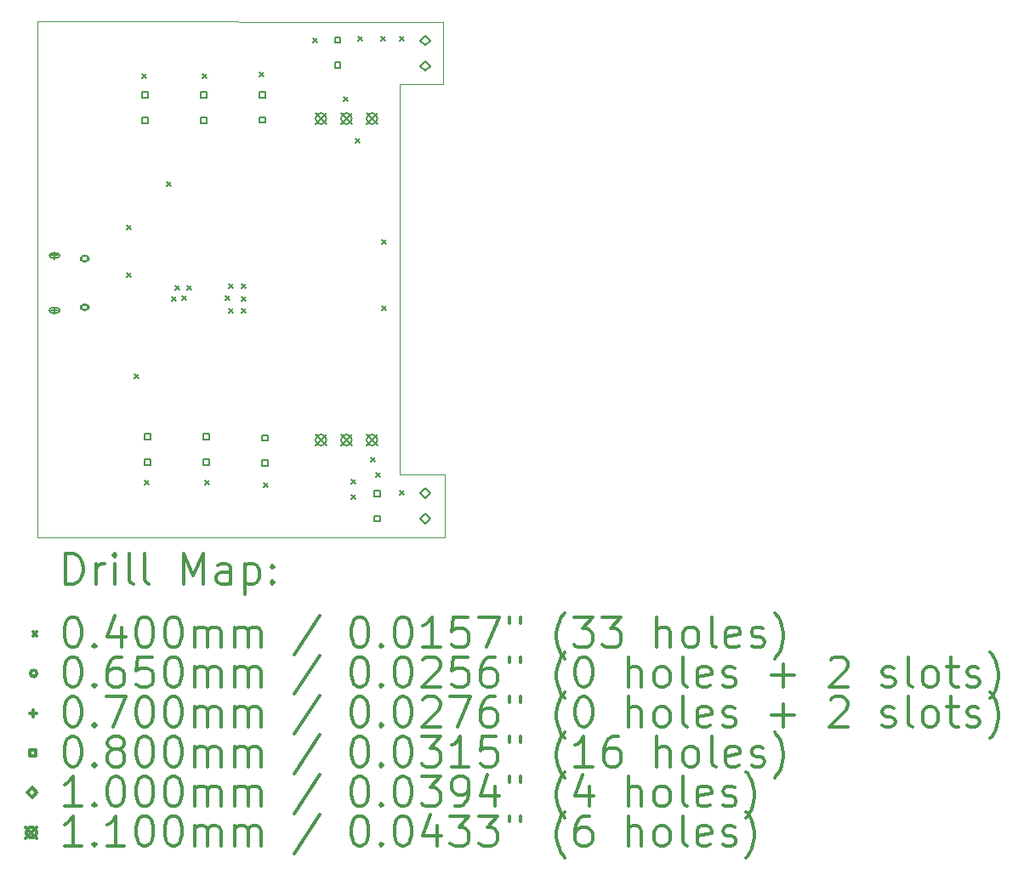
<source format=gbr>
%FSLAX45Y45*%
G04 Gerber Fmt 4.5, Leading zero omitted, Abs format (unit mm)*
G04 Created by KiCad (PCBNEW (5.1.10)-1) date 2022-01-06 01:00:44*
%MOMM*%
%LPD*%
G01*
G04 APERTURE LIST*
%TA.AperFunction,Profile*%
%ADD10C,0.050000*%
%TD*%
%ADD11C,0.200000*%
%ADD12C,0.300000*%
G04 APERTURE END LIST*
D10*
X15679200Y-7817000D02*
X15679200Y-12954000D01*
X19723100Y-7823200D02*
X15679200Y-7817000D01*
X19723100Y-8445500D02*
X19723100Y-7823200D01*
X19291300Y-8445500D02*
X19723100Y-8445500D01*
X19291300Y-12331700D02*
X19291300Y-8445500D01*
X19735800Y-12954000D02*
X15679200Y-12954000D01*
X19735800Y-12331700D02*
X19735800Y-12954000D01*
X19291300Y-12331700D02*
X19735800Y-12331700D01*
D11*
X16573600Y-9854400D02*
X16613600Y-9894400D01*
X16613600Y-9854400D02*
X16573600Y-9894400D01*
X16573600Y-10324300D02*
X16613600Y-10364300D01*
X16613600Y-10324300D02*
X16573600Y-10364300D01*
X16650000Y-11336000D02*
X16690000Y-11376000D01*
X16690000Y-11336000D02*
X16650000Y-11376000D01*
X16726000Y-8343100D02*
X16766000Y-8383100D01*
X16766000Y-8343100D02*
X16726000Y-8383100D01*
X16751400Y-12394400D02*
X16791400Y-12434400D01*
X16791400Y-12394400D02*
X16751400Y-12434400D01*
X16967300Y-9422600D02*
X17007300Y-9462600D01*
X17007300Y-9422600D02*
X16967300Y-9462600D01*
X17018100Y-10565600D02*
X17058100Y-10605600D01*
X17058100Y-10565600D02*
X17018100Y-10605600D01*
X17056200Y-10451300D02*
X17096200Y-10491300D01*
X17096200Y-10451300D02*
X17056200Y-10491300D01*
X17119700Y-10552900D02*
X17159700Y-10592900D01*
X17159700Y-10552900D02*
X17119700Y-10592900D01*
X17170500Y-10451300D02*
X17210500Y-10491300D01*
X17210500Y-10451300D02*
X17170500Y-10491300D01*
X17322900Y-8343100D02*
X17362900Y-8383100D01*
X17362900Y-8343100D02*
X17322900Y-8383100D01*
X17348300Y-12394400D02*
X17388300Y-12434400D01*
X17388300Y-12394400D02*
X17348300Y-12434400D01*
X17551500Y-10552900D02*
X17591500Y-10592900D01*
X17591500Y-10552900D02*
X17551500Y-10592900D01*
X17589600Y-10438600D02*
X17629600Y-10478600D01*
X17629600Y-10438600D02*
X17589600Y-10478600D01*
X17589600Y-10679900D02*
X17629600Y-10719900D01*
X17629600Y-10679900D02*
X17589600Y-10719900D01*
X17716600Y-10438600D02*
X17756600Y-10478600D01*
X17756600Y-10438600D02*
X17716600Y-10478600D01*
X17716600Y-10565600D02*
X17756600Y-10605600D01*
X17756600Y-10565600D02*
X17716600Y-10605600D01*
X17716600Y-10679900D02*
X17756600Y-10719900D01*
X17756600Y-10679900D02*
X17716600Y-10719900D01*
X17894400Y-8330400D02*
X17934400Y-8370400D01*
X17934400Y-8330400D02*
X17894400Y-8370400D01*
X17932500Y-12419800D02*
X17972500Y-12459800D01*
X17972500Y-12419800D02*
X17932500Y-12459800D01*
X18427800Y-7987500D02*
X18467800Y-8027500D01*
X18467800Y-7987500D02*
X18427800Y-8027500D01*
X18732600Y-8571700D02*
X18772600Y-8611700D01*
X18772600Y-8571700D02*
X18732600Y-8611700D01*
X18808800Y-12381700D02*
X18848800Y-12421700D01*
X18848800Y-12381700D02*
X18808800Y-12421700D01*
X18808800Y-12534100D02*
X18848800Y-12574100D01*
X18848800Y-12534100D02*
X18808800Y-12574100D01*
X18846900Y-8990800D02*
X18886900Y-9030800D01*
X18886900Y-8990800D02*
X18846900Y-9030800D01*
X18872300Y-7974800D02*
X18912300Y-8014800D01*
X18912300Y-7974800D02*
X18872300Y-8014800D01*
X18999300Y-12165800D02*
X19039300Y-12205800D01*
X19039300Y-12165800D02*
X18999300Y-12205800D01*
X19050100Y-12318200D02*
X19090100Y-12358200D01*
X19090100Y-12318200D02*
X19050100Y-12358200D01*
X19100900Y-7974800D02*
X19140900Y-8014800D01*
X19140900Y-7974800D02*
X19100900Y-8014800D01*
X19113600Y-9994100D02*
X19153600Y-10034100D01*
X19153600Y-9994100D02*
X19113600Y-10034100D01*
X19113600Y-10654500D02*
X19153600Y-10694500D01*
X19153600Y-10654500D02*
X19113600Y-10694500D01*
X19291400Y-7974800D02*
X19331400Y-8014800D01*
X19331400Y-7974800D02*
X19291400Y-8014800D01*
X19291400Y-12496000D02*
X19331400Y-12536000D01*
X19331400Y-12496000D02*
X19291400Y-12536000D01*
X16184900Y-10182200D02*
G75*
G03*
X16184900Y-10182200I-32500J0D01*
G01*
X16132400Y-10204700D02*
X16172400Y-10204700D01*
X16132400Y-10159700D02*
X16172400Y-10159700D01*
X16172400Y-10204700D02*
G75*
G03*
X16172400Y-10159700I0J22500D01*
G01*
X16132400Y-10159700D02*
G75*
G03*
X16132400Y-10204700I0J-22500D01*
G01*
X16184900Y-10666200D02*
G75*
G03*
X16184900Y-10666200I-32500J0D01*
G01*
X16132400Y-10688700D02*
X16172400Y-10688700D01*
X16132400Y-10643700D02*
X16172400Y-10643700D01*
X16172400Y-10688700D02*
G75*
G03*
X16172400Y-10643700I0J22500D01*
G01*
X16132400Y-10643700D02*
G75*
G03*
X16132400Y-10688700I0J-22500D01*
G01*
X15852400Y-10116200D02*
X15852400Y-10186200D01*
X15817400Y-10151200D02*
X15887400Y-10151200D01*
X15827400Y-10176200D02*
X15877400Y-10176200D01*
X15827400Y-10126200D02*
X15877400Y-10126200D01*
X15877400Y-10176200D02*
G75*
G03*
X15877400Y-10126200I0J25000D01*
G01*
X15827400Y-10126200D02*
G75*
G03*
X15827400Y-10176200I0J-25000D01*
G01*
X15852400Y-10662200D02*
X15852400Y-10732200D01*
X15817400Y-10697200D02*
X15887400Y-10697200D01*
X15827400Y-10722200D02*
X15877400Y-10722200D01*
X15827400Y-10672200D02*
X15877400Y-10672200D01*
X15877400Y-10722200D02*
G75*
G03*
X15877400Y-10672200I0J25000D01*
G01*
X15827400Y-10672200D02*
G75*
G03*
X15827400Y-10722200I0J-25000D01*
G01*
X16779585Y-8581885D02*
X16779585Y-8525316D01*
X16723015Y-8525316D01*
X16723015Y-8581885D01*
X16779585Y-8581885D01*
X16779585Y-8831885D02*
X16779585Y-8775316D01*
X16723015Y-8775316D01*
X16723015Y-8831885D01*
X16779585Y-8831885D01*
X16804985Y-11985484D02*
X16804985Y-11928915D01*
X16748415Y-11928915D01*
X16748415Y-11985484D01*
X16804985Y-11985484D01*
X16804985Y-12235484D02*
X16804985Y-12178915D01*
X16748415Y-12178915D01*
X16748415Y-12235484D01*
X16804985Y-12235484D01*
X17363785Y-8581885D02*
X17363785Y-8525316D01*
X17307216Y-8525316D01*
X17307216Y-8581885D01*
X17363785Y-8581885D01*
X17363785Y-8831885D02*
X17363785Y-8775316D01*
X17307216Y-8775316D01*
X17307216Y-8831885D01*
X17363785Y-8831885D01*
X17389185Y-11985484D02*
X17389185Y-11928915D01*
X17332616Y-11928915D01*
X17332616Y-11985484D01*
X17389185Y-11985484D01*
X17389185Y-12235484D02*
X17389185Y-12178915D01*
X17332616Y-12178915D01*
X17332616Y-12235484D01*
X17389185Y-12235484D01*
X17947985Y-8579385D02*
X17947985Y-8522816D01*
X17891416Y-8522816D01*
X17891416Y-8579385D01*
X17947985Y-8579385D01*
X17947985Y-8829385D02*
X17947985Y-8772816D01*
X17891416Y-8772816D01*
X17891416Y-8829385D01*
X17947985Y-8829385D01*
X17973385Y-11995684D02*
X17973385Y-11939115D01*
X17916816Y-11939115D01*
X17916816Y-11995684D01*
X17973385Y-11995684D01*
X17973385Y-12245684D02*
X17973385Y-12189115D01*
X17916816Y-12189115D01*
X17916816Y-12245684D01*
X17973385Y-12245684D01*
X18697285Y-8033284D02*
X18697285Y-7976715D01*
X18640716Y-7976715D01*
X18640716Y-8033284D01*
X18697285Y-8033284D01*
X18697285Y-8283284D02*
X18697285Y-8226715D01*
X18640716Y-8226715D01*
X18640716Y-8283284D01*
X18697285Y-8283284D01*
X19090985Y-12550484D02*
X19090985Y-12493915D01*
X19034416Y-12493915D01*
X19034416Y-12550484D01*
X19090985Y-12550484D01*
X19090985Y-12800484D02*
X19090985Y-12743915D01*
X19034416Y-12743915D01*
X19034416Y-12800484D01*
X19090985Y-12800484D01*
X19540000Y-8060000D02*
X19590000Y-8010000D01*
X19540000Y-7960000D01*
X19490000Y-8010000D01*
X19540000Y-8060000D01*
X19540000Y-8314000D02*
X19590000Y-8264000D01*
X19540000Y-8214000D01*
X19490000Y-8264000D01*
X19540000Y-8314000D01*
X19540000Y-12566000D02*
X19590000Y-12516000D01*
X19540000Y-12466000D01*
X19490000Y-12516000D01*
X19540000Y-12566000D01*
X19540000Y-12820000D02*
X19590000Y-12770000D01*
X19540000Y-12720000D01*
X19490000Y-12770000D01*
X19540000Y-12820000D01*
X18448900Y-8733400D02*
X18558900Y-8843400D01*
X18558900Y-8733400D02*
X18448900Y-8843400D01*
X18558900Y-8788400D02*
G75*
G03*
X18558900Y-8788400I-55000J0D01*
G01*
X18448900Y-11933800D02*
X18558900Y-12043800D01*
X18558900Y-11933800D02*
X18448900Y-12043800D01*
X18558900Y-11988800D02*
G75*
G03*
X18558900Y-11988800I-55000J0D01*
G01*
X18702900Y-8733400D02*
X18812900Y-8843400D01*
X18812900Y-8733400D02*
X18702900Y-8843400D01*
X18812900Y-8788400D02*
G75*
G03*
X18812900Y-8788400I-55000J0D01*
G01*
X18702900Y-11933800D02*
X18812900Y-12043800D01*
X18812900Y-11933800D02*
X18702900Y-12043800D01*
X18812900Y-11988800D02*
G75*
G03*
X18812900Y-11988800I-55000J0D01*
G01*
X18956900Y-8733400D02*
X19066900Y-8843400D01*
X19066900Y-8733400D02*
X18956900Y-8843400D01*
X19066900Y-8788400D02*
G75*
G03*
X19066900Y-8788400I-55000J0D01*
G01*
X18956900Y-11933800D02*
X19066900Y-12043800D01*
X19066900Y-11933800D02*
X18956900Y-12043800D01*
X19066900Y-11988800D02*
G75*
G03*
X19066900Y-11988800I-55000J0D01*
G01*
D12*
X15963128Y-13422214D02*
X15963128Y-13122214D01*
X16034557Y-13122214D01*
X16077414Y-13136500D01*
X16105986Y-13165071D01*
X16120271Y-13193643D01*
X16134557Y-13250786D01*
X16134557Y-13293643D01*
X16120271Y-13350786D01*
X16105986Y-13379357D01*
X16077414Y-13407929D01*
X16034557Y-13422214D01*
X15963128Y-13422214D01*
X16263128Y-13422214D02*
X16263128Y-13222214D01*
X16263128Y-13279357D02*
X16277414Y-13250786D01*
X16291700Y-13236500D01*
X16320271Y-13222214D01*
X16348843Y-13222214D01*
X16448843Y-13422214D02*
X16448843Y-13222214D01*
X16448843Y-13122214D02*
X16434557Y-13136500D01*
X16448843Y-13150786D01*
X16463128Y-13136500D01*
X16448843Y-13122214D01*
X16448843Y-13150786D01*
X16634557Y-13422214D02*
X16605986Y-13407929D01*
X16591700Y-13379357D01*
X16591700Y-13122214D01*
X16791700Y-13422214D02*
X16763128Y-13407929D01*
X16748843Y-13379357D01*
X16748843Y-13122214D01*
X17134557Y-13422214D02*
X17134557Y-13122214D01*
X17234557Y-13336500D01*
X17334557Y-13122214D01*
X17334557Y-13422214D01*
X17605986Y-13422214D02*
X17605986Y-13265071D01*
X17591700Y-13236500D01*
X17563128Y-13222214D01*
X17505986Y-13222214D01*
X17477414Y-13236500D01*
X17605986Y-13407929D02*
X17577414Y-13422214D01*
X17505986Y-13422214D01*
X17477414Y-13407929D01*
X17463128Y-13379357D01*
X17463128Y-13350786D01*
X17477414Y-13322214D01*
X17505986Y-13307929D01*
X17577414Y-13307929D01*
X17605986Y-13293643D01*
X17748843Y-13222214D02*
X17748843Y-13522214D01*
X17748843Y-13236500D02*
X17777414Y-13222214D01*
X17834557Y-13222214D01*
X17863128Y-13236500D01*
X17877414Y-13250786D01*
X17891700Y-13279357D01*
X17891700Y-13365071D01*
X17877414Y-13393643D01*
X17863128Y-13407929D01*
X17834557Y-13422214D01*
X17777414Y-13422214D01*
X17748843Y-13407929D01*
X18020271Y-13393643D02*
X18034557Y-13407929D01*
X18020271Y-13422214D01*
X18005986Y-13407929D01*
X18020271Y-13393643D01*
X18020271Y-13422214D01*
X18020271Y-13236500D02*
X18034557Y-13250786D01*
X18020271Y-13265071D01*
X18005986Y-13250786D01*
X18020271Y-13236500D01*
X18020271Y-13265071D01*
X15636700Y-13896500D02*
X15676700Y-13936500D01*
X15676700Y-13896500D02*
X15636700Y-13936500D01*
X16020271Y-13752214D02*
X16048843Y-13752214D01*
X16077414Y-13766500D01*
X16091700Y-13780786D01*
X16105986Y-13809357D01*
X16120271Y-13866500D01*
X16120271Y-13937929D01*
X16105986Y-13995071D01*
X16091700Y-14023643D01*
X16077414Y-14037929D01*
X16048843Y-14052214D01*
X16020271Y-14052214D01*
X15991700Y-14037929D01*
X15977414Y-14023643D01*
X15963128Y-13995071D01*
X15948843Y-13937929D01*
X15948843Y-13866500D01*
X15963128Y-13809357D01*
X15977414Y-13780786D01*
X15991700Y-13766500D01*
X16020271Y-13752214D01*
X16248843Y-14023643D02*
X16263128Y-14037929D01*
X16248843Y-14052214D01*
X16234557Y-14037929D01*
X16248843Y-14023643D01*
X16248843Y-14052214D01*
X16520271Y-13852214D02*
X16520271Y-14052214D01*
X16448843Y-13737929D02*
X16377414Y-13952214D01*
X16563128Y-13952214D01*
X16734557Y-13752214D02*
X16763128Y-13752214D01*
X16791700Y-13766500D01*
X16805986Y-13780786D01*
X16820271Y-13809357D01*
X16834557Y-13866500D01*
X16834557Y-13937929D01*
X16820271Y-13995071D01*
X16805986Y-14023643D01*
X16791700Y-14037929D01*
X16763128Y-14052214D01*
X16734557Y-14052214D01*
X16705986Y-14037929D01*
X16691700Y-14023643D01*
X16677414Y-13995071D01*
X16663128Y-13937929D01*
X16663128Y-13866500D01*
X16677414Y-13809357D01*
X16691700Y-13780786D01*
X16705986Y-13766500D01*
X16734557Y-13752214D01*
X17020271Y-13752214D02*
X17048843Y-13752214D01*
X17077414Y-13766500D01*
X17091700Y-13780786D01*
X17105986Y-13809357D01*
X17120271Y-13866500D01*
X17120271Y-13937929D01*
X17105986Y-13995071D01*
X17091700Y-14023643D01*
X17077414Y-14037929D01*
X17048843Y-14052214D01*
X17020271Y-14052214D01*
X16991700Y-14037929D01*
X16977414Y-14023643D01*
X16963128Y-13995071D01*
X16948843Y-13937929D01*
X16948843Y-13866500D01*
X16963128Y-13809357D01*
X16977414Y-13780786D01*
X16991700Y-13766500D01*
X17020271Y-13752214D01*
X17248843Y-14052214D02*
X17248843Y-13852214D01*
X17248843Y-13880786D02*
X17263128Y-13866500D01*
X17291700Y-13852214D01*
X17334557Y-13852214D01*
X17363128Y-13866500D01*
X17377414Y-13895071D01*
X17377414Y-14052214D01*
X17377414Y-13895071D02*
X17391700Y-13866500D01*
X17420271Y-13852214D01*
X17463128Y-13852214D01*
X17491700Y-13866500D01*
X17505986Y-13895071D01*
X17505986Y-14052214D01*
X17648843Y-14052214D02*
X17648843Y-13852214D01*
X17648843Y-13880786D02*
X17663128Y-13866500D01*
X17691700Y-13852214D01*
X17734557Y-13852214D01*
X17763128Y-13866500D01*
X17777414Y-13895071D01*
X17777414Y-14052214D01*
X17777414Y-13895071D02*
X17791700Y-13866500D01*
X17820271Y-13852214D01*
X17863128Y-13852214D01*
X17891700Y-13866500D01*
X17905986Y-13895071D01*
X17905986Y-14052214D01*
X18491700Y-13737929D02*
X18234557Y-14123643D01*
X18877414Y-13752214D02*
X18905986Y-13752214D01*
X18934557Y-13766500D01*
X18948843Y-13780786D01*
X18963128Y-13809357D01*
X18977414Y-13866500D01*
X18977414Y-13937929D01*
X18963128Y-13995071D01*
X18948843Y-14023643D01*
X18934557Y-14037929D01*
X18905986Y-14052214D01*
X18877414Y-14052214D01*
X18848843Y-14037929D01*
X18834557Y-14023643D01*
X18820271Y-13995071D01*
X18805986Y-13937929D01*
X18805986Y-13866500D01*
X18820271Y-13809357D01*
X18834557Y-13780786D01*
X18848843Y-13766500D01*
X18877414Y-13752214D01*
X19105986Y-14023643D02*
X19120271Y-14037929D01*
X19105986Y-14052214D01*
X19091700Y-14037929D01*
X19105986Y-14023643D01*
X19105986Y-14052214D01*
X19305986Y-13752214D02*
X19334557Y-13752214D01*
X19363128Y-13766500D01*
X19377414Y-13780786D01*
X19391700Y-13809357D01*
X19405986Y-13866500D01*
X19405986Y-13937929D01*
X19391700Y-13995071D01*
X19377414Y-14023643D01*
X19363128Y-14037929D01*
X19334557Y-14052214D01*
X19305986Y-14052214D01*
X19277414Y-14037929D01*
X19263128Y-14023643D01*
X19248843Y-13995071D01*
X19234557Y-13937929D01*
X19234557Y-13866500D01*
X19248843Y-13809357D01*
X19263128Y-13780786D01*
X19277414Y-13766500D01*
X19305986Y-13752214D01*
X19691700Y-14052214D02*
X19520271Y-14052214D01*
X19605986Y-14052214D02*
X19605986Y-13752214D01*
X19577414Y-13795071D01*
X19548843Y-13823643D01*
X19520271Y-13837929D01*
X19963128Y-13752214D02*
X19820271Y-13752214D01*
X19805986Y-13895071D01*
X19820271Y-13880786D01*
X19848843Y-13866500D01*
X19920271Y-13866500D01*
X19948843Y-13880786D01*
X19963128Y-13895071D01*
X19977414Y-13923643D01*
X19977414Y-13995071D01*
X19963128Y-14023643D01*
X19948843Y-14037929D01*
X19920271Y-14052214D01*
X19848843Y-14052214D01*
X19820271Y-14037929D01*
X19805986Y-14023643D01*
X20077414Y-13752214D02*
X20277414Y-13752214D01*
X20148843Y-14052214D01*
X20377414Y-13752214D02*
X20377414Y-13809357D01*
X20491700Y-13752214D02*
X20491700Y-13809357D01*
X20934557Y-14166500D02*
X20920271Y-14152214D01*
X20891700Y-14109357D01*
X20877414Y-14080786D01*
X20863128Y-14037929D01*
X20848843Y-13966500D01*
X20848843Y-13909357D01*
X20863128Y-13837929D01*
X20877414Y-13795071D01*
X20891700Y-13766500D01*
X20920271Y-13723643D01*
X20934557Y-13709357D01*
X21020271Y-13752214D02*
X21205986Y-13752214D01*
X21105986Y-13866500D01*
X21148843Y-13866500D01*
X21177414Y-13880786D01*
X21191700Y-13895071D01*
X21205986Y-13923643D01*
X21205986Y-13995071D01*
X21191700Y-14023643D01*
X21177414Y-14037929D01*
X21148843Y-14052214D01*
X21063128Y-14052214D01*
X21034557Y-14037929D01*
X21020271Y-14023643D01*
X21305986Y-13752214D02*
X21491700Y-13752214D01*
X21391700Y-13866500D01*
X21434557Y-13866500D01*
X21463128Y-13880786D01*
X21477414Y-13895071D01*
X21491700Y-13923643D01*
X21491700Y-13995071D01*
X21477414Y-14023643D01*
X21463128Y-14037929D01*
X21434557Y-14052214D01*
X21348843Y-14052214D01*
X21320271Y-14037929D01*
X21305986Y-14023643D01*
X21848843Y-14052214D02*
X21848843Y-13752214D01*
X21977414Y-14052214D02*
X21977414Y-13895071D01*
X21963128Y-13866500D01*
X21934557Y-13852214D01*
X21891700Y-13852214D01*
X21863128Y-13866500D01*
X21848843Y-13880786D01*
X22163128Y-14052214D02*
X22134557Y-14037929D01*
X22120271Y-14023643D01*
X22105986Y-13995071D01*
X22105986Y-13909357D01*
X22120271Y-13880786D01*
X22134557Y-13866500D01*
X22163128Y-13852214D01*
X22205986Y-13852214D01*
X22234557Y-13866500D01*
X22248843Y-13880786D01*
X22263128Y-13909357D01*
X22263128Y-13995071D01*
X22248843Y-14023643D01*
X22234557Y-14037929D01*
X22205986Y-14052214D01*
X22163128Y-14052214D01*
X22434557Y-14052214D02*
X22405986Y-14037929D01*
X22391700Y-14009357D01*
X22391700Y-13752214D01*
X22663128Y-14037929D02*
X22634557Y-14052214D01*
X22577414Y-14052214D01*
X22548843Y-14037929D01*
X22534557Y-14009357D01*
X22534557Y-13895071D01*
X22548843Y-13866500D01*
X22577414Y-13852214D01*
X22634557Y-13852214D01*
X22663128Y-13866500D01*
X22677414Y-13895071D01*
X22677414Y-13923643D01*
X22534557Y-13952214D01*
X22791700Y-14037929D02*
X22820271Y-14052214D01*
X22877414Y-14052214D01*
X22905986Y-14037929D01*
X22920271Y-14009357D01*
X22920271Y-13995071D01*
X22905986Y-13966500D01*
X22877414Y-13952214D01*
X22834557Y-13952214D01*
X22805986Y-13937929D01*
X22791700Y-13909357D01*
X22791700Y-13895071D01*
X22805986Y-13866500D01*
X22834557Y-13852214D01*
X22877414Y-13852214D01*
X22905986Y-13866500D01*
X23020271Y-14166500D02*
X23034557Y-14152214D01*
X23063128Y-14109357D01*
X23077414Y-14080786D01*
X23091700Y-14037929D01*
X23105986Y-13966500D01*
X23105986Y-13909357D01*
X23091700Y-13837929D01*
X23077414Y-13795071D01*
X23063128Y-13766500D01*
X23034557Y-13723643D01*
X23020271Y-13709357D01*
X15676700Y-14312500D02*
G75*
G03*
X15676700Y-14312500I-32500J0D01*
G01*
X16020271Y-14148214D02*
X16048843Y-14148214D01*
X16077414Y-14162500D01*
X16091700Y-14176786D01*
X16105986Y-14205357D01*
X16120271Y-14262500D01*
X16120271Y-14333929D01*
X16105986Y-14391071D01*
X16091700Y-14419643D01*
X16077414Y-14433929D01*
X16048843Y-14448214D01*
X16020271Y-14448214D01*
X15991700Y-14433929D01*
X15977414Y-14419643D01*
X15963128Y-14391071D01*
X15948843Y-14333929D01*
X15948843Y-14262500D01*
X15963128Y-14205357D01*
X15977414Y-14176786D01*
X15991700Y-14162500D01*
X16020271Y-14148214D01*
X16248843Y-14419643D02*
X16263128Y-14433929D01*
X16248843Y-14448214D01*
X16234557Y-14433929D01*
X16248843Y-14419643D01*
X16248843Y-14448214D01*
X16520271Y-14148214D02*
X16463128Y-14148214D01*
X16434557Y-14162500D01*
X16420271Y-14176786D01*
X16391700Y-14219643D01*
X16377414Y-14276786D01*
X16377414Y-14391071D01*
X16391700Y-14419643D01*
X16405986Y-14433929D01*
X16434557Y-14448214D01*
X16491700Y-14448214D01*
X16520271Y-14433929D01*
X16534557Y-14419643D01*
X16548843Y-14391071D01*
X16548843Y-14319643D01*
X16534557Y-14291071D01*
X16520271Y-14276786D01*
X16491700Y-14262500D01*
X16434557Y-14262500D01*
X16405986Y-14276786D01*
X16391700Y-14291071D01*
X16377414Y-14319643D01*
X16820271Y-14148214D02*
X16677414Y-14148214D01*
X16663128Y-14291071D01*
X16677414Y-14276786D01*
X16705986Y-14262500D01*
X16777414Y-14262500D01*
X16805986Y-14276786D01*
X16820271Y-14291071D01*
X16834557Y-14319643D01*
X16834557Y-14391071D01*
X16820271Y-14419643D01*
X16805986Y-14433929D01*
X16777414Y-14448214D01*
X16705986Y-14448214D01*
X16677414Y-14433929D01*
X16663128Y-14419643D01*
X17020271Y-14148214D02*
X17048843Y-14148214D01*
X17077414Y-14162500D01*
X17091700Y-14176786D01*
X17105986Y-14205357D01*
X17120271Y-14262500D01*
X17120271Y-14333929D01*
X17105986Y-14391071D01*
X17091700Y-14419643D01*
X17077414Y-14433929D01*
X17048843Y-14448214D01*
X17020271Y-14448214D01*
X16991700Y-14433929D01*
X16977414Y-14419643D01*
X16963128Y-14391071D01*
X16948843Y-14333929D01*
X16948843Y-14262500D01*
X16963128Y-14205357D01*
X16977414Y-14176786D01*
X16991700Y-14162500D01*
X17020271Y-14148214D01*
X17248843Y-14448214D02*
X17248843Y-14248214D01*
X17248843Y-14276786D02*
X17263128Y-14262500D01*
X17291700Y-14248214D01*
X17334557Y-14248214D01*
X17363128Y-14262500D01*
X17377414Y-14291071D01*
X17377414Y-14448214D01*
X17377414Y-14291071D02*
X17391700Y-14262500D01*
X17420271Y-14248214D01*
X17463128Y-14248214D01*
X17491700Y-14262500D01*
X17505986Y-14291071D01*
X17505986Y-14448214D01*
X17648843Y-14448214D02*
X17648843Y-14248214D01*
X17648843Y-14276786D02*
X17663128Y-14262500D01*
X17691700Y-14248214D01*
X17734557Y-14248214D01*
X17763128Y-14262500D01*
X17777414Y-14291071D01*
X17777414Y-14448214D01*
X17777414Y-14291071D02*
X17791700Y-14262500D01*
X17820271Y-14248214D01*
X17863128Y-14248214D01*
X17891700Y-14262500D01*
X17905986Y-14291071D01*
X17905986Y-14448214D01*
X18491700Y-14133929D02*
X18234557Y-14519643D01*
X18877414Y-14148214D02*
X18905986Y-14148214D01*
X18934557Y-14162500D01*
X18948843Y-14176786D01*
X18963128Y-14205357D01*
X18977414Y-14262500D01*
X18977414Y-14333929D01*
X18963128Y-14391071D01*
X18948843Y-14419643D01*
X18934557Y-14433929D01*
X18905986Y-14448214D01*
X18877414Y-14448214D01*
X18848843Y-14433929D01*
X18834557Y-14419643D01*
X18820271Y-14391071D01*
X18805986Y-14333929D01*
X18805986Y-14262500D01*
X18820271Y-14205357D01*
X18834557Y-14176786D01*
X18848843Y-14162500D01*
X18877414Y-14148214D01*
X19105986Y-14419643D02*
X19120271Y-14433929D01*
X19105986Y-14448214D01*
X19091700Y-14433929D01*
X19105986Y-14419643D01*
X19105986Y-14448214D01*
X19305986Y-14148214D02*
X19334557Y-14148214D01*
X19363128Y-14162500D01*
X19377414Y-14176786D01*
X19391700Y-14205357D01*
X19405986Y-14262500D01*
X19405986Y-14333929D01*
X19391700Y-14391071D01*
X19377414Y-14419643D01*
X19363128Y-14433929D01*
X19334557Y-14448214D01*
X19305986Y-14448214D01*
X19277414Y-14433929D01*
X19263128Y-14419643D01*
X19248843Y-14391071D01*
X19234557Y-14333929D01*
X19234557Y-14262500D01*
X19248843Y-14205357D01*
X19263128Y-14176786D01*
X19277414Y-14162500D01*
X19305986Y-14148214D01*
X19520271Y-14176786D02*
X19534557Y-14162500D01*
X19563128Y-14148214D01*
X19634557Y-14148214D01*
X19663128Y-14162500D01*
X19677414Y-14176786D01*
X19691700Y-14205357D01*
X19691700Y-14233929D01*
X19677414Y-14276786D01*
X19505986Y-14448214D01*
X19691700Y-14448214D01*
X19963128Y-14148214D02*
X19820271Y-14148214D01*
X19805986Y-14291071D01*
X19820271Y-14276786D01*
X19848843Y-14262500D01*
X19920271Y-14262500D01*
X19948843Y-14276786D01*
X19963128Y-14291071D01*
X19977414Y-14319643D01*
X19977414Y-14391071D01*
X19963128Y-14419643D01*
X19948843Y-14433929D01*
X19920271Y-14448214D01*
X19848843Y-14448214D01*
X19820271Y-14433929D01*
X19805986Y-14419643D01*
X20234557Y-14148214D02*
X20177414Y-14148214D01*
X20148843Y-14162500D01*
X20134557Y-14176786D01*
X20105986Y-14219643D01*
X20091700Y-14276786D01*
X20091700Y-14391071D01*
X20105986Y-14419643D01*
X20120271Y-14433929D01*
X20148843Y-14448214D01*
X20205986Y-14448214D01*
X20234557Y-14433929D01*
X20248843Y-14419643D01*
X20263128Y-14391071D01*
X20263128Y-14319643D01*
X20248843Y-14291071D01*
X20234557Y-14276786D01*
X20205986Y-14262500D01*
X20148843Y-14262500D01*
X20120271Y-14276786D01*
X20105986Y-14291071D01*
X20091700Y-14319643D01*
X20377414Y-14148214D02*
X20377414Y-14205357D01*
X20491700Y-14148214D02*
X20491700Y-14205357D01*
X20934557Y-14562500D02*
X20920271Y-14548214D01*
X20891700Y-14505357D01*
X20877414Y-14476786D01*
X20863128Y-14433929D01*
X20848843Y-14362500D01*
X20848843Y-14305357D01*
X20863128Y-14233929D01*
X20877414Y-14191071D01*
X20891700Y-14162500D01*
X20920271Y-14119643D01*
X20934557Y-14105357D01*
X21105986Y-14148214D02*
X21134557Y-14148214D01*
X21163128Y-14162500D01*
X21177414Y-14176786D01*
X21191700Y-14205357D01*
X21205986Y-14262500D01*
X21205986Y-14333929D01*
X21191700Y-14391071D01*
X21177414Y-14419643D01*
X21163128Y-14433929D01*
X21134557Y-14448214D01*
X21105986Y-14448214D01*
X21077414Y-14433929D01*
X21063128Y-14419643D01*
X21048843Y-14391071D01*
X21034557Y-14333929D01*
X21034557Y-14262500D01*
X21048843Y-14205357D01*
X21063128Y-14176786D01*
X21077414Y-14162500D01*
X21105986Y-14148214D01*
X21563128Y-14448214D02*
X21563128Y-14148214D01*
X21691700Y-14448214D02*
X21691700Y-14291071D01*
X21677414Y-14262500D01*
X21648843Y-14248214D01*
X21605986Y-14248214D01*
X21577414Y-14262500D01*
X21563128Y-14276786D01*
X21877414Y-14448214D02*
X21848843Y-14433929D01*
X21834557Y-14419643D01*
X21820271Y-14391071D01*
X21820271Y-14305357D01*
X21834557Y-14276786D01*
X21848843Y-14262500D01*
X21877414Y-14248214D01*
X21920271Y-14248214D01*
X21948843Y-14262500D01*
X21963128Y-14276786D01*
X21977414Y-14305357D01*
X21977414Y-14391071D01*
X21963128Y-14419643D01*
X21948843Y-14433929D01*
X21920271Y-14448214D01*
X21877414Y-14448214D01*
X22148843Y-14448214D02*
X22120271Y-14433929D01*
X22105986Y-14405357D01*
X22105986Y-14148214D01*
X22377414Y-14433929D02*
X22348843Y-14448214D01*
X22291700Y-14448214D01*
X22263128Y-14433929D01*
X22248843Y-14405357D01*
X22248843Y-14291071D01*
X22263128Y-14262500D01*
X22291700Y-14248214D01*
X22348843Y-14248214D01*
X22377414Y-14262500D01*
X22391700Y-14291071D01*
X22391700Y-14319643D01*
X22248843Y-14348214D01*
X22505986Y-14433929D02*
X22534557Y-14448214D01*
X22591700Y-14448214D01*
X22620271Y-14433929D01*
X22634557Y-14405357D01*
X22634557Y-14391071D01*
X22620271Y-14362500D01*
X22591700Y-14348214D01*
X22548843Y-14348214D01*
X22520271Y-14333929D01*
X22505986Y-14305357D01*
X22505986Y-14291071D01*
X22520271Y-14262500D01*
X22548843Y-14248214D01*
X22591700Y-14248214D01*
X22620271Y-14262500D01*
X22991700Y-14333929D02*
X23220271Y-14333929D01*
X23105986Y-14448214D02*
X23105986Y-14219643D01*
X23577414Y-14176786D02*
X23591700Y-14162500D01*
X23620271Y-14148214D01*
X23691700Y-14148214D01*
X23720271Y-14162500D01*
X23734557Y-14176786D01*
X23748843Y-14205357D01*
X23748843Y-14233929D01*
X23734557Y-14276786D01*
X23563128Y-14448214D01*
X23748843Y-14448214D01*
X24091700Y-14433929D02*
X24120271Y-14448214D01*
X24177414Y-14448214D01*
X24205986Y-14433929D01*
X24220271Y-14405357D01*
X24220271Y-14391071D01*
X24205986Y-14362500D01*
X24177414Y-14348214D01*
X24134557Y-14348214D01*
X24105986Y-14333929D01*
X24091700Y-14305357D01*
X24091700Y-14291071D01*
X24105986Y-14262500D01*
X24134557Y-14248214D01*
X24177414Y-14248214D01*
X24205986Y-14262500D01*
X24391700Y-14448214D02*
X24363128Y-14433929D01*
X24348843Y-14405357D01*
X24348843Y-14148214D01*
X24548843Y-14448214D02*
X24520271Y-14433929D01*
X24505986Y-14419643D01*
X24491700Y-14391071D01*
X24491700Y-14305357D01*
X24505986Y-14276786D01*
X24520271Y-14262500D01*
X24548843Y-14248214D01*
X24591700Y-14248214D01*
X24620271Y-14262500D01*
X24634557Y-14276786D01*
X24648843Y-14305357D01*
X24648843Y-14391071D01*
X24634557Y-14419643D01*
X24620271Y-14433929D01*
X24591700Y-14448214D01*
X24548843Y-14448214D01*
X24734557Y-14248214D02*
X24848843Y-14248214D01*
X24777414Y-14148214D02*
X24777414Y-14405357D01*
X24791700Y-14433929D01*
X24820271Y-14448214D01*
X24848843Y-14448214D01*
X24934557Y-14433929D02*
X24963128Y-14448214D01*
X25020271Y-14448214D01*
X25048843Y-14433929D01*
X25063128Y-14405357D01*
X25063128Y-14391071D01*
X25048843Y-14362500D01*
X25020271Y-14348214D01*
X24977414Y-14348214D01*
X24948843Y-14333929D01*
X24934557Y-14305357D01*
X24934557Y-14291071D01*
X24948843Y-14262500D01*
X24977414Y-14248214D01*
X25020271Y-14248214D01*
X25048843Y-14262500D01*
X25163128Y-14562500D02*
X25177414Y-14548214D01*
X25205986Y-14505357D01*
X25220271Y-14476786D01*
X25234557Y-14433929D01*
X25248843Y-14362500D01*
X25248843Y-14305357D01*
X25234557Y-14233929D01*
X25220271Y-14191071D01*
X25205986Y-14162500D01*
X25177414Y-14119643D01*
X25163128Y-14105357D01*
X15641700Y-14673500D02*
X15641700Y-14743500D01*
X15606700Y-14708500D02*
X15676700Y-14708500D01*
X16020271Y-14544214D02*
X16048843Y-14544214D01*
X16077414Y-14558500D01*
X16091700Y-14572786D01*
X16105986Y-14601357D01*
X16120271Y-14658500D01*
X16120271Y-14729929D01*
X16105986Y-14787071D01*
X16091700Y-14815643D01*
X16077414Y-14829929D01*
X16048843Y-14844214D01*
X16020271Y-14844214D01*
X15991700Y-14829929D01*
X15977414Y-14815643D01*
X15963128Y-14787071D01*
X15948843Y-14729929D01*
X15948843Y-14658500D01*
X15963128Y-14601357D01*
X15977414Y-14572786D01*
X15991700Y-14558500D01*
X16020271Y-14544214D01*
X16248843Y-14815643D02*
X16263128Y-14829929D01*
X16248843Y-14844214D01*
X16234557Y-14829929D01*
X16248843Y-14815643D01*
X16248843Y-14844214D01*
X16363128Y-14544214D02*
X16563128Y-14544214D01*
X16434557Y-14844214D01*
X16734557Y-14544214D02*
X16763128Y-14544214D01*
X16791700Y-14558500D01*
X16805986Y-14572786D01*
X16820271Y-14601357D01*
X16834557Y-14658500D01*
X16834557Y-14729929D01*
X16820271Y-14787071D01*
X16805986Y-14815643D01*
X16791700Y-14829929D01*
X16763128Y-14844214D01*
X16734557Y-14844214D01*
X16705986Y-14829929D01*
X16691700Y-14815643D01*
X16677414Y-14787071D01*
X16663128Y-14729929D01*
X16663128Y-14658500D01*
X16677414Y-14601357D01*
X16691700Y-14572786D01*
X16705986Y-14558500D01*
X16734557Y-14544214D01*
X17020271Y-14544214D02*
X17048843Y-14544214D01*
X17077414Y-14558500D01*
X17091700Y-14572786D01*
X17105986Y-14601357D01*
X17120271Y-14658500D01*
X17120271Y-14729929D01*
X17105986Y-14787071D01*
X17091700Y-14815643D01*
X17077414Y-14829929D01*
X17048843Y-14844214D01*
X17020271Y-14844214D01*
X16991700Y-14829929D01*
X16977414Y-14815643D01*
X16963128Y-14787071D01*
X16948843Y-14729929D01*
X16948843Y-14658500D01*
X16963128Y-14601357D01*
X16977414Y-14572786D01*
X16991700Y-14558500D01*
X17020271Y-14544214D01*
X17248843Y-14844214D02*
X17248843Y-14644214D01*
X17248843Y-14672786D02*
X17263128Y-14658500D01*
X17291700Y-14644214D01*
X17334557Y-14644214D01*
X17363128Y-14658500D01*
X17377414Y-14687071D01*
X17377414Y-14844214D01*
X17377414Y-14687071D02*
X17391700Y-14658500D01*
X17420271Y-14644214D01*
X17463128Y-14644214D01*
X17491700Y-14658500D01*
X17505986Y-14687071D01*
X17505986Y-14844214D01*
X17648843Y-14844214D02*
X17648843Y-14644214D01*
X17648843Y-14672786D02*
X17663128Y-14658500D01*
X17691700Y-14644214D01*
X17734557Y-14644214D01*
X17763128Y-14658500D01*
X17777414Y-14687071D01*
X17777414Y-14844214D01*
X17777414Y-14687071D02*
X17791700Y-14658500D01*
X17820271Y-14644214D01*
X17863128Y-14644214D01*
X17891700Y-14658500D01*
X17905986Y-14687071D01*
X17905986Y-14844214D01*
X18491700Y-14529929D02*
X18234557Y-14915643D01*
X18877414Y-14544214D02*
X18905986Y-14544214D01*
X18934557Y-14558500D01*
X18948843Y-14572786D01*
X18963128Y-14601357D01*
X18977414Y-14658500D01*
X18977414Y-14729929D01*
X18963128Y-14787071D01*
X18948843Y-14815643D01*
X18934557Y-14829929D01*
X18905986Y-14844214D01*
X18877414Y-14844214D01*
X18848843Y-14829929D01*
X18834557Y-14815643D01*
X18820271Y-14787071D01*
X18805986Y-14729929D01*
X18805986Y-14658500D01*
X18820271Y-14601357D01*
X18834557Y-14572786D01*
X18848843Y-14558500D01*
X18877414Y-14544214D01*
X19105986Y-14815643D02*
X19120271Y-14829929D01*
X19105986Y-14844214D01*
X19091700Y-14829929D01*
X19105986Y-14815643D01*
X19105986Y-14844214D01*
X19305986Y-14544214D02*
X19334557Y-14544214D01*
X19363128Y-14558500D01*
X19377414Y-14572786D01*
X19391700Y-14601357D01*
X19405986Y-14658500D01*
X19405986Y-14729929D01*
X19391700Y-14787071D01*
X19377414Y-14815643D01*
X19363128Y-14829929D01*
X19334557Y-14844214D01*
X19305986Y-14844214D01*
X19277414Y-14829929D01*
X19263128Y-14815643D01*
X19248843Y-14787071D01*
X19234557Y-14729929D01*
X19234557Y-14658500D01*
X19248843Y-14601357D01*
X19263128Y-14572786D01*
X19277414Y-14558500D01*
X19305986Y-14544214D01*
X19520271Y-14572786D02*
X19534557Y-14558500D01*
X19563128Y-14544214D01*
X19634557Y-14544214D01*
X19663128Y-14558500D01*
X19677414Y-14572786D01*
X19691700Y-14601357D01*
X19691700Y-14629929D01*
X19677414Y-14672786D01*
X19505986Y-14844214D01*
X19691700Y-14844214D01*
X19791700Y-14544214D02*
X19991700Y-14544214D01*
X19863128Y-14844214D01*
X20234557Y-14544214D02*
X20177414Y-14544214D01*
X20148843Y-14558500D01*
X20134557Y-14572786D01*
X20105986Y-14615643D01*
X20091700Y-14672786D01*
X20091700Y-14787071D01*
X20105986Y-14815643D01*
X20120271Y-14829929D01*
X20148843Y-14844214D01*
X20205986Y-14844214D01*
X20234557Y-14829929D01*
X20248843Y-14815643D01*
X20263128Y-14787071D01*
X20263128Y-14715643D01*
X20248843Y-14687071D01*
X20234557Y-14672786D01*
X20205986Y-14658500D01*
X20148843Y-14658500D01*
X20120271Y-14672786D01*
X20105986Y-14687071D01*
X20091700Y-14715643D01*
X20377414Y-14544214D02*
X20377414Y-14601357D01*
X20491700Y-14544214D02*
X20491700Y-14601357D01*
X20934557Y-14958500D02*
X20920271Y-14944214D01*
X20891700Y-14901357D01*
X20877414Y-14872786D01*
X20863128Y-14829929D01*
X20848843Y-14758500D01*
X20848843Y-14701357D01*
X20863128Y-14629929D01*
X20877414Y-14587071D01*
X20891700Y-14558500D01*
X20920271Y-14515643D01*
X20934557Y-14501357D01*
X21105986Y-14544214D02*
X21134557Y-14544214D01*
X21163128Y-14558500D01*
X21177414Y-14572786D01*
X21191700Y-14601357D01*
X21205986Y-14658500D01*
X21205986Y-14729929D01*
X21191700Y-14787071D01*
X21177414Y-14815643D01*
X21163128Y-14829929D01*
X21134557Y-14844214D01*
X21105986Y-14844214D01*
X21077414Y-14829929D01*
X21063128Y-14815643D01*
X21048843Y-14787071D01*
X21034557Y-14729929D01*
X21034557Y-14658500D01*
X21048843Y-14601357D01*
X21063128Y-14572786D01*
X21077414Y-14558500D01*
X21105986Y-14544214D01*
X21563128Y-14844214D02*
X21563128Y-14544214D01*
X21691700Y-14844214D02*
X21691700Y-14687071D01*
X21677414Y-14658500D01*
X21648843Y-14644214D01*
X21605986Y-14644214D01*
X21577414Y-14658500D01*
X21563128Y-14672786D01*
X21877414Y-14844214D02*
X21848843Y-14829929D01*
X21834557Y-14815643D01*
X21820271Y-14787071D01*
X21820271Y-14701357D01*
X21834557Y-14672786D01*
X21848843Y-14658500D01*
X21877414Y-14644214D01*
X21920271Y-14644214D01*
X21948843Y-14658500D01*
X21963128Y-14672786D01*
X21977414Y-14701357D01*
X21977414Y-14787071D01*
X21963128Y-14815643D01*
X21948843Y-14829929D01*
X21920271Y-14844214D01*
X21877414Y-14844214D01*
X22148843Y-14844214D02*
X22120271Y-14829929D01*
X22105986Y-14801357D01*
X22105986Y-14544214D01*
X22377414Y-14829929D02*
X22348843Y-14844214D01*
X22291700Y-14844214D01*
X22263128Y-14829929D01*
X22248843Y-14801357D01*
X22248843Y-14687071D01*
X22263128Y-14658500D01*
X22291700Y-14644214D01*
X22348843Y-14644214D01*
X22377414Y-14658500D01*
X22391700Y-14687071D01*
X22391700Y-14715643D01*
X22248843Y-14744214D01*
X22505986Y-14829929D02*
X22534557Y-14844214D01*
X22591700Y-14844214D01*
X22620271Y-14829929D01*
X22634557Y-14801357D01*
X22634557Y-14787071D01*
X22620271Y-14758500D01*
X22591700Y-14744214D01*
X22548843Y-14744214D01*
X22520271Y-14729929D01*
X22505986Y-14701357D01*
X22505986Y-14687071D01*
X22520271Y-14658500D01*
X22548843Y-14644214D01*
X22591700Y-14644214D01*
X22620271Y-14658500D01*
X22991700Y-14729929D02*
X23220271Y-14729929D01*
X23105986Y-14844214D02*
X23105986Y-14615643D01*
X23577414Y-14572786D02*
X23591700Y-14558500D01*
X23620271Y-14544214D01*
X23691700Y-14544214D01*
X23720271Y-14558500D01*
X23734557Y-14572786D01*
X23748843Y-14601357D01*
X23748843Y-14629929D01*
X23734557Y-14672786D01*
X23563128Y-14844214D01*
X23748843Y-14844214D01*
X24091700Y-14829929D02*
X24120271Y-14844214D01*
X24177414Y-14844214D01*
X24205986Y-14829929D01*
X24220271Y-14801357D01*
X24220271Y-14787071D01*
X24205986Y-14758500D01*
X24177414Y-14744214D01*
X24134557Y-14744214D01*
X24105986Y-14729929D01*
X24091700Y-14701357D01*
X24091700Y-14687071D01*
X24105986Y-14658500D01*
X24134557Y-14644214D01*
X24177414Y-14644214D01*
X24205986Y-14658500D01*
X24391700Y-14844214D02*
X24363128Y-14829929D01*
X24348843Y-14801357D01*
X24348843Y-14544214D01*
X24548843Y-14844214D02*
X24520271Y-14829929D01*
X24505986Y-14815643D01*
X24491700Y-14787071D01*
X24491700Y-14701357D01*
X24505986Y-14672786D01*
X24520271Y-14658500D01*
X24548843Y-14644214D01*
X24591700Y-14644214D01*
X24620271Y-14658500D01*
X24634557Y-14672786D01*
X24648843Y-14701357D01*
X24648843Y-14787071D01*
X24634557Y-14815643D01*
X24620271Y-14829929D01*
X24591700Y-14844214D01*
X24548843Y-14844214D01*
X24734557Y-14644214D02*
X24848843Y-14644214D01*
X24777414Y-14544214D02*
X24777414Y-14801357D01*
X24791700Y-14829929D01*
X24820271Y-14844214D01*
X24848843Y-14844214D01*
X24934557Y-14829929D02*
X24963128Y-14844214D01*
X25020271Y-14844214D01*
X25048843Y-14829929D01*
X25063128Y-14801357D01*
X25063128Y-14787071D01*
X25048843Y-14758500D01*
X25020271Y-14744214D01*
X24977414Y-14744214D01*
X24948843Y-14729929D01*
X24934557Y-14701357D01*
X24934557Y-14687071D01*
X24948843Y-14658500D01*
X24977414Y-14644214D01*
X25020271Y-14644214D01*
X25048843Y-14658500D01*
X25163128Y-14958500D02*
X25177414Y-14944214D01*
X25205986Y-14901357D01*
X25220271Y-14872786D01*
X25234557Y-14829929D01*
X25248843Y-14758500D01*
X25248843Y-14701357D01*
X25234557Y-14629929D01*
X25220271Y-14587071D01*
X25205986Y-14558500D01*
X25177414Y-14515643D01*
X25163128Y-14501357D01*
X15664984Y-15132785D02*
X15664984Y-15076216D01*
X15608415Y-15076216D01*
X15608415Y-15132785D01*
X15664984Y-15132785D01*
X16020271Y-14940214D02*
X16048843Y-14940214D01*
X16077414Y-14954500D01*
X16091700Y-14968786D01*
X16105986Y-14997357D01*
X16120271Y-15054500D01*
X16120271Y-15125929D01*
X16105986Y-15183071D01*
X16091700Y-15211643D01*
X16077414Y-15225929D01*
X16048843Y-15240214D01*
X16020271Y-15240214D01*
X15991700Y-15225929D01*
X15977414Y-15211643D01*
X15963128Y-15183071D01*
X15948843Y-15125929D01*
X15948843Y-15054500D01*
X15963128Y-14997357D01*
X15977414Y-14968786D01*
X15991700Y-14954500D01*
X16020271Y-14940214D01*
X16248843Y-15211643D02*
X16263128Y-15225929D01*
X16248843Y-15240214D01*
X16234557Y-15225929D01*
X16248843Y-15211643D01*
X16248843Y-15240214D01*
X16434557Y-15068786D02*
X16405986Y-15054500D01*
X16391700Y-15040214D01*
X16377414Y-15011643D01*
X16377414Y-14997357D01*
X16391700Y-14968786D01*
X16405986Y-14954500D01*
X16434557Y-14940214D01*
X16491700Y-14940214D01*
X16520271Y-14954500D01*
X16534557Y-14968786D01*
X16548843Y-14997357D01*
X16548843Y-15011643D01*
X16534557Y-15040214D01*
X16520271Y-15054500D01*
X16491700Y-15068786D01*
X16434557Y-15068786D01*
X16405986Y-15083071D01*
X16391700Y-15097357D01*
X16377414Y-15125929D01*
X16377414Y-15183071D01*
X16391700Y-15211643D01*
X16405986Y-15225929D01*
X16434557Y-15240214D01*
X16491700Y-15240214D01*
X16520271Y-15225929D01*
X16534557Y-15211643D01*
X16548843Y-15183071D01*
X16548843Y-15125929D01*
X16534557Y-15097357D01*
X16520271Y-15083071D01*
X16491700Y-15068786D01*
X16734557Y-14940214D02*
X16763128Y-14940214D01*
X16791700Y-14954500D01*
X16805986Y-14968786D01*
X16820271Y-14997357D01*
X16834557Y-15054500D01*
X16834557Y-15125929D01*
X16820271Y-15183071D01*
X16805986Y-15211643D01*
X16791700Y-15225929D01*
X16763128Y-15240214D01*
X16734557Y-15240214D01*
X16705986Y-15225929D01*
X16691700Y-15211643D01*
X16677414Y-15183071D01*
X16663128Y-15125929D01*
X16663128Y-15054500D01*
X16677414Y-14997357D01*
X16691700Y-14968786D01*
X16705986Y-14954500D01*
X16734557Y-14940214D01*
X17020271Y-14940214D02*
X17048843Y-14940214D01*
X17077414Y-14954500D01*
X17091700Y-14968786D01*
X17105986Y-14997357D01*
X17120271Y-15054500D01*
X17120271Y-15125929D01*
X17105986Y-15183071D01*
X17091700Y-15211643D01*
X17077414Y-15225929D01*
X17048843Y-15240214D01*
X17020271Y-15240214D01*
X16991700Y-15225929D01*
X16977414Y-15211643D01*
X16963128Y-15183071D01*
X16948843Y-15125929D01*
X16948843Y-15054500D01*
X16963128Y-14997357D01*
X16977414Y-14968786D01*
X16991700Y-14954500D01*
X17020271Y-14940214D01*
X17248843Y-15240214D02*
X17248843Y-15040214D01*
X17248843Y-15068786D02*
X17263128Y-15054500D01*
X17291700Y-15040214D01*
X17334557Y-15040214D01*
X17363128Y-15054500D01*
X17377414Y-15083071D01*
X17377414Y-15240214D01*
X17377414Y-15083071D02*
X17391700Y-15054500D01*
X17420271Y-15040214D01*
X17463128Y-15040214D01*
X17491700Y-15054500D01*
X17505986Y-15083071D01*
X17505986Y-15240214D01*
X17648843Y-15240214D02*
X17648843Y-15040214D01*
X17648843Y-15068786D02*
X17663128Y-15054500D01*
X17691700Y-15040214D01*
X17734557Y-15040214D01*
X17763128Y-15054500D01*
X17777414Y-15083071D01*
X17777414Y-15240214D01*
X17777414Y-15083071D02*
X17791700Y-15054500D01*
X17820271Y-15040214D01*
X17863128Y-15040214D01*
X17891700Y-15054500D01*
X17905986Y-15083071D01*
X17905986Y-15240214D01*
X18491700Y-14925929D02*
X18234557Y-15311643D01*
X18877414Y-14940214D02*
X18905986Y-14940214D01*
X18934557Y-14954500D01*
X18948843Y-14968786D01*
X18963128Y-14997357D01*
X18977414Y-15054500D01*
X18977414Y-15125929D01*
X18963128Y-15183071D01*
X18948843Y-15211643D01*
X18934557Y-15225929D01*
X18905986Y-15240214D01*
X18877414Y-15240214D01*
X18848843Y-15225929D01*
X18834557Y-15211643D01*
X18820271Y-15183071D01*
X18805986Y-15125929D01*
X18805986Y-15054500D01*
X18820271Y-14997357D01*
X18834557Y-14968786D01*
X18848843Y-14954500D01*
X18877414Y-14940214D01*
X19105986Y-15211643D02*
X19120271Y-15225929D01*
X19105986Y-15240214D01*
X19091700Y-15225929D01*
X19105986Y-15211643D01*
X19105986Y-15240214D01*
X19305986Y-14940214D02*
X19334557Y-14940214D01*
X19363128Y-14954500D01*
X19377414Y-14968786D01*
X19391700Y-14997357D01*
X19405986Y-15054500D01*
X19405986Y-15125929D01*
X19391700Y-15183071D01*
X19377414Y-15211643D01*
X19363128Y-15225929D01*
X19334557Y-15240214D01*
X19305986Y-15240214D01*
X19277414Y-15225929D01*
X19263128Y-15211643D01*
X19248843Y-15183071D01*
X19234557Y-15125929D01*
X19234557Y-15054500D01*
X19248843Y-14997357D01*
X19263128Y-14968786D01*
X19277414Y-14954500D01*
X19305986Y-14940214D01*
X19505986Y-14940214D02*
X19691700Y-14940214D01*
X19591700Y-15054500D01*
X19634557Y-15054500D01*
X19663128Y-15068786D01*
X19677414Y-15083071D01*
X19691700Y-15111643D01*
X19691700Y-15183071D01*
X19677414Y-15211643D01*
X19663128Y-15225929D01*
X19634557Y-15240214D01*
X19548843Y-15240214D01*
X19520271Y-15225929D01*
X19505986Y-15211643D01*
X19977414Y-15240214D02*
X19805986Y-15240214D01*
X19891700Y-15240214D02*
X19891700Y-14940214D01*
X19863128Y-14983071D01*
X19834557Y-15011643D01*
X19805986Y-15025929D01*
X20248843Y-14940214D02*
X20105986Y-14940214D01*
X20091700Y-15083071D01*
X20105986Y-15068786D01*
X20134557Y-15054500D01*
X20205986Y-15054500D01*
X20234557Y-15068786D01*
X20248843Y-15083071D01*
X20263128Y-15111643D01*
X20263128Y-15183071D01*
X20248843Y-15211643D01*
X20234557Y-15225929D01*
X20205986Y-15240214D01*
X20134557Y-15240214D01*
X20105986Y-15225929D01*
X20091700Y-15211643D01*
X20377414Y-14940214D02*
X20377414Y-14997357D01*
X20491700Y-14940214D02*
X20491700Y-14997357D01*
X20934557Y-15354500D02*
X20920271Y-15340214D01*
X20891700Y-15297357D01*
X20877414Y-15268786D01*
X20863128Y-15225929D01*
X20848843Y-15154500D01*
X20848843Y-15097357D01*
X20863128Y-15025929D01*
X20877414Y-14983071D01*
X20891700Y-14954500D01*
X20920271Y-14911643D01*
X20934557Y-14897357D01*
X21205986Y-15240214D02*
X21034557Y-15240214D01*
X21120271Y-15240214D02*
X21120271Y-14940214D01*
X21091700Y-14983071D01*
X21063128Y-15011643D01*
X21034557Y-15025929D01*
X21463128Y-14940214D02*
X21405986Y-14940214D01*
X21377414Y-14954500D01*
X21363128Y-14968786D01*
X21334557Y-15011643D01*
X21320271Y-15068786D01*
X21320271Y-15183071D01*
X21334557Y-15211643D01*
X21348843Y-15225929D01*
X21377414Y-15240214D01*
X21434557Y-15240214D01*
X21463128Y-15225929D01*
X21477414Y-15211643D01*
X21491700Y-15183071D01*
X21491700Y-15111643D01*
X21477414Y-15083071D01*
X21463128Y-15068786D01*
X21434557Y-15054500D01*
X21377414Y-15054500D01*
X21348843Y-15068786D01*
X21334557Y-15083071D01*
X21320271Y-15111643D01*
X21848843Y-15240214D02*
X21848843Y-14940214D01*
X21977414Y-15240214D02*
X21977414Y-15083071D01*
X21963128Y-15054500D01*
X21934557Y-15040214D01*
X21891700Y-15040214D01*
X21863128Y-15054500D01*
X21848843Y-15068786D01*
X22163128Y-15240214D02*
X22134557Y-15225929D01*
X22120271Y-15211643D01*
X22105986Y-15183071D01*
X22105986Y-15097357D01*
X22120271Y-15068786D01*
X22134557Y-15054500D01*
X22163128Y-15040214D01*
X22205986Y-15040214D01*
X22234557Y-15054500D01*
X22248843Y-15068786D01*
X22263128Y-15097357D01*
X22263128Y-15183071D01*
X22248843Y-15211643D01*
X22234557Y-15225929D01*
X22205986Y-15240214D01*
X22163128Y-15240214D01*
X22434557Y-15240214D02*
X22405986Y-15225929D01*
X22391700Y-15197357D01*
X22391700Y-14940214D01*
X22663128Y-15225929D02*
X22634557Y-15240214D01*
X22577414Y-15240214D01*
X22548843Y-15225929D01*
X22534557Y-15197357D01*
X22534557Y-15083071D01*
X22548843Y-15054500D01*
X22577414Y-15040214D01*
X22634557Y-15040214D01*
X22663128Y-15054500D01*
X22677414Y-15083071D01*
X22677414Y-15111643D01*
X22534557Y-15140214D01*
X22791700Y-15225929D02*
X22820271Y-15240214D01*
X22877414Y-15240214D01*
X22905986Y-15225929D01*
X22920271Y-15197357D01*
X22920271Y-15183071D01*
X22905986Y-15154500D01*
X22877414Y-15140214D01*
X22834557Y-15140214D01*
X22805986Y-15125929D01*
X22791700Y-15097357D01*
X22791700Y-15083071D01*
X22805986Y-15054500D01*
X22834557Y-15040214D01*
X22877414Y-15040214D01*
X22905986Y-15054500D01*
X23020271Y-15354500D02*
X23034557Y-15340214D01*
X23063128Y-15297357D01*
X23077414Y-15268786D01*
X23091700Y-15225929D01*
X23105986Y-15154500D01*
X23105986Y-15097357D01*
X23091700Y-15025929D01*
X23077414Y-14983071D01*
X23063128Y-14954500D01*
X23034557Y-14911643D01*
X23020271Y-14897357D01*
X15626700Y-15550500D02*
X15676700Y-15500500D01*
X15626700Y-15450500D01*
X15576700Y-15500500D01*
X15626700Y-15550500D01*
X16120271Y-15636214D02*
X15948843Y-15636214D01*
X16034557Y-15636214D02*
X16034557Y-15336214D01*
X16005986Y-15379071D01*
X15977414Y-15407643D01*
X15948843Y-15421929D01*
X16248843Y-15607643D02*
X16263128Y-15621929D01*
X16248843Y-15636214D01*
X16234557Y-15621929D01*
X16248843Y-15607643D01*
X16248843Y-15636214D01*
X16448843Y-15336214D02*
X16477414Y-15336214D01*
X16505986Y-15350500D01*
X16520271Y-15364786D01*
X16534557Y-15393357D01*
X16548843Y-15450500D01*
X16548843Y-15521929D01*
X16534557Y-15579071D01*
X16520271Y-15607643D01*
X16505986Y-15621929D01*
X16477414Y-15636214D01*
X16448843Y-15636214D01*
X16420271Y-15621929D01*
X16405986Y-15607643D01*
X16391700Y-15579071D01*
X16377414Y-15521929D01*
X16377414Y-15450500D01*
X16391700Y-15393357D01*
X16405986Y-15364786D01*
X16420271Y-15350500D01*
X16448843Y-15336214D01*
X16734557Y-15336214D02*
X16763128Y-15336214D01*
X16791700Y-15350500D01*
X16805986Y-15364786D01*
X16820271Y-15393357D01*
X16834557Y-15450500D01*
X16834557Y-15521929D01*
X16820271Y-15579071D01*
X16805986Y-15607643D01*
X16791700Y-15621929D01*
X16763128Y-15636214D01*
X16734557Y-15636214D01*
X16705986Y-15621929D01*
X16691700Y-15607643D01*
X16677414Y-15579071D01*
X16663128Y-15521929D01*
X16663128Y-15450500D01*
X16677414Y-15393357D01*
X16691700Y-15364786D01*
X16705986Y-15350500D01*
X16734557Y-15336214D01*
X17020271Y-15336214D02*
X17048843Y-15336214D01*
X17077414Y-15350500D01*
X17091700Y-15364786D01*
X17105986Y-15393357D01*
X17120271Y-15450500D01*
X17120271Y-15521929D01*
X17105986Y-15579071D01*
X17091700Y-15607643D01*
X17077414Y-15621929D01*
X17048843Y-15636214D01*
X17020271Y-15636214D01*
X16991700Y-15621929D01*
X16977414Y-15607643D01*
X16963128Y-15579071D01*
X16948843Y-15521929D01*
X16948843Y-15450500D01*
X16963128Y-15393357D01*
X16977414Y-15364786D01*
X16991700Y-15350500D01*
X17020271Y-15336214D01*
X17248843Y-15636214D02*
X17248843Y-15436214D01*
X17248843Y-15464786D02*
X17263128Y-15450500D01*
X17291700Y-15436214D01*
X17334557Y-15436214D01*
X17363128Y-15450500D01*
X17377414Y-15479071D01*
X17377414Y-15636214D01*
X17377414Y-15479071D02*
X17391700Y-15450500D01*
X17420271Y-15436214D01*
X17463128Y-15436214D01*
X17491700Y-15450500D01*
X17505986Y-15479071D01*
X17505986Y-15636214D01*
X17648843Y-15636214D02*
X17648843Y-15436214D01*
X17648843Y-15464786D02*
X17663128Y-15450500D01*
X17691700Y-15436214D01*
X17734557Y-15436214D01*
X17763128Y-15450500D01*
X17777414Y-15479071D01*
X17777414Y-15636214D01*
X17777414Y-15479071D02*
X17791700Y-15450500D01*
X17820271Y-15436214D01*
X17863128Y-15436214D01*
X17891700Y-15450500D01*
X17905986Y-15479071D01*
X17905986Y-15636214D01*
X18491700Y-15321929D02*
X18234557Y-15707643D01*
X18877414Y-15336214D02*
X18905986Y-15336214D01*
X18934557Y-15350500D01*
X18948843Y-15364786D01*
X18963128Y-15393357D01*
X18977414Y-15450500D01*
X18977414Y-15521929D01*
X18963128Y-15579071D01*
X18948843Y-15607643D01*
X18934557Y-15621929D01*
X18905986Y-15636214D01*
X18877414Y-15636214D01*
X18848843Y-15621929D01*
X18834557Y-15607643D01*
X18820271Y-15579071D01*
X18805986Y-15521929D01*
X18805986Y-15450500D01*
X18820271Y-15393357D01*
X18834557Y-15364786D01*
X18848843Y-15350500D01*
X18877414Y-15336214D01*
X19105986Y-15607643D02*
X19120271Y-15621929D01*
X19105986Y-15636214D01*
X19091700Y-15621929D01*
X19105986Y-15607643D01*
X19105986Y-15636214D01*
X19305986Y-15336214D02*
X19334557Y-15336214D01*
X19363128Y-15350500D01*
X19377414Y-15364786D01*
X19391700Y-15393357D01*
X19405986Y-15450500D01*
X19405986Y-15521929D01*
X19391700Y-15579071D01*
X19377414Y-15607643D01*
X19363128Y-15621929D01*
X19334557Y-15636214D01*
X19305986Y-15636214D01*
X19277414Y-15621929D01*
X19263128Y-15607643D01*
X19248843Y-15579071D01*
X19234557Y-15521929D01*
X19234557Y-15450500D01*
X19248843Y-15393357D01*
X19263128Y-15364786D01*
X19277414Y-15350500D01*
X19305986Y-15336214D01*
X19505986Y-15336214D02*
X19691700Y-15336214D01*
X19591700Y-15450500D01*
X19634557Y-15450500D01*
X19663128Y-15464786D01*
X19677414Y-15479071D01*
X19691700Y-15507643D01*
X19691700Y-15579071D01*
X19677414Y-15607643D01*
X19663128Y-15621929D01*
X19634557Y-15636214D01*
X19548843Y-15636214D01*
X19520271Y-15621929D01*
X19505986Y-15607643D01*
X19834557Y-15636214D02*
X19891700Y-15636214D01*
X19920271Y-15621929D01*
X19934557Y-15607643D01*
X19963128Y-15564786D01*
X19977414Y-15507643D01*
X19977414Y-15393357D01*
X19963128Y-15364786D01*
X19948843Y-15350500D01*
X19920271Y-15336214D01*
X19863128Y-15336214D01*
X19834557Y-15350500D01*
X19820271Y-15364786D01*
X19805986Y-15393357D01*
X19805986Y-15464786D01*
X19820271Y-15493357D01*
X19834557Y-15507643D01*
X19863128Y-15521929D01*
X19920271Y-15521929D01*
X19948843Y-15507643D01*
X19963128Y-15493357D01*
X19977414Y-15464786D01*
X20234557Y-15436214D02*
X20234557Y-15636214D01*
X20163128Y-15321929D02*
X20091700Y-15536214D01*
X20277414Y-15536214D01*
X20377414Y-15336214D02*
X20377414Y-15393357D01*
X20491700Y-15336214D02*
X20491700Y-15393357D01*
X20934557Y-15750500D02*
X20920271Y-15736214D01*
X20891700Y-15693357D01*
X20877414Y-15664786D01*
X20863128Y-15621929D01*
X20848843Y-15550500D01*
X20848843Y-15493357D01*
X20863128Y-15421929D01*
X20877414Y-15379071D01*
X20891700Y-15350500D01*
X20920271Y-15307643D01*
X20934557Y-15293357D01*
X21177414Y-15436214D02*
X21177414Y-15636214D01*
X21105986Y-15321929D02*
X21034557Y-15536214D01*
X21220271Y-15536214D01*
X21563128Y-15636214D02*
X21563128Y-15336214D01*
X21691700Y-15636214D02*
X21691700Y-15479071D01*
X21677414Y-15450500D01*
X21648843Y-15436214D01*
X21605986Y-15436214D01*
X21577414Y-15450500D01*
X21563128Y-15464786D01*
X21877414Y-15636214D02*
X21848843Y-15621929D01*
X21834557Y-15607643D01*
X21820271Y-15579071D01*
X21820271Y-15493357D01*
X21834557Y-15464786D01*
X21848843Y-15450500D01*
X21877414Y-15436214D01*
X21920271Y-15436214D01*
X21948843Y-15450500D01*
X21963128Y-15464786D01*
X21977414Y-15493357D01*
X21977414Y-15579071D01*
X21963128Y-15607643D01*
X21948843Y-15621929D01*
X21920271Y-15636214D01*
X21877414Y-15636214D01*
X22148843Y-15636214D02*
X22120271Y-15621929D01*
X22105986Y-15593357D01*
X22105986Y-15336214D01*
X22377414Y-15621929D02*
X22348843Y-15636214D01*
X22291700Y-15636214D01*
X22263128Y-15621929D01*
X22248843Y-15593357D01*
X22248843Y-15479071D01*
X22263128Y-15450500D01*
X22291700Y-15436214D01*
X22348843Y-15436214D01*
X22377414Y-15450500D01*
X22391700Y-15479071D01*
X22391700Y-15507643D01*
X22248843Y-15536214D01*
X22505986Y-15621929D02*
X22534557Y-15636214D01*
X22591700Y-15636214D01*
X22620271Y-15621929D01*
X22634557Y-15593357D01*
X22634557Y-15579071D01*
X22620271Y-15550500D01*
X22591700Y-15536214D01*
X22548843Y-15536214D01*
X22520271Y-15521929D01*
X22505986Y-15493357D01*
X22505986Y-15479071D01*
X22520271Y-15450500D01*
X22548843Y-15436214D01*
X22591700Y-15436214D01*
X22620271Y-15450500D01*
X22734557Y-15750500D02*
X22748843Y-15736214D01*
X22777414Y-15693357D01*
X22791700Y-15664786D01*
X22805986Y-15621929D01*
X22820271Y-15550500D01*
X22820271Y-15493357D01*
X22805986Y-15421929D01*
X22791700Y-15379071D01*
X22777414Y-15350500D01*
X22748843Y-15307643D01*
X22734557Y-15293357D01*
X15566700Y-15841500D02*
X15676700Y-15951500D01*
X15676700Y-15841500D02*
X15566700Y-15951500D01*
X15676700Y-15896500D02*
G75*
G03*
X15676700Y-15896500I-55000J0D01*
G01*
X16120271Y-16032214D02*
X15948843Y-16032214D01*
X16034557Y-16032214D02*
X16034557Y-15732214D01*
X16005986Y-15775071D01*
X15977414Y-15803643D01*
X15948843Y-15817929D01*
X16248843Y-16003643D02*
X16263128Y-16017929D01*
X16248843Y-16032214D01*
X16234557Y-16017929D01*
X16248843Y-16003643D01*
X16248843Y-16032214D01*
X16548843Y-16032214D02*
X16377414Y-16032214D01*
X16463128Y-16032214D02*
X16463128Y-15732214D01*
X16434557Y-15775071D01*
X16405986Y-15803643D01*
X16377414Y-15817929D01*
X16734557Y-15732214D02*
X16763128Y-15732214D01*
X16791700Y-15746500D01*
X16805986Y-15760786D01*
X16820271Y-15789357D01*
X16834557Y-15846500D01*
X16834557Y-15917929D01*
X16820271Y-15975071D01*
X16805986Y-16003643D01*
X16791700Y-16017929D01*
X16763128Y-16032214D01*
X16734557Y-16032214D01*
X16705986Y-16017929D01*
X16691700Y-16003643D01*
X16677414Y-15975071D01*
X16663128Y-15917929D01*
X16663128Y-15846500D01*
X16677414Y-15789357D01*
X16691700Y-15760786D01*
X16705986Y-15746500D01*
X16734557Y-15732214D01*
X17020271Y-15732214D02*
X17048843Y-15732214D01*
X17077414Y-15746500D01*
X17091700Y-15760786D01*
X17105986Y-15789357D01*
X17120271Y-15846500D01*
X17120271Y-15917929D01*
X17105986Y-15975071D01*
X17091700Y-16003643D01*
X17077414Y-16017929D01*
X17048843Y-16032214D01*
X17020271Y-16032214D01*
X16991700Y-16017929D01*
X16977414Y-16003643D01*
X16963128Y-15975071D01*
X16948843Y-15917929D01*
X16948843Y-15846500D01*
X16963128Y-15789357D01*
X16977414Y-15760786D01*
X16991700Y-15746500D01*
X17020271Y-15732214D01*
X17248843Y-16032214D02*
X17248843Y-15832214D01*
X17248843Y-15860786D02*
X17263128Y-15846500D01*
X17291700Y-15832214D01*
X17334557Y-15832214D01*
X17363128Y-15846500D01*
X17377414Y-15875071D01*
X17377414Y-16032214D01*
X17377414Y-15875071D02*
X17391700Y-15846500D01*
X17420271Y-15832214D01*
X17463128Y-15832214D01*
X17491700Y-15846500D01*
X17505986Y-15875071D01*
X17505986Y-16032214D01*
X17648843Y-16032214D02*
X17648843Y-15832214D01*
X17648843Y-15860786D02*
X17663128Y-15846500D01*
X17691700Y-15832214D01*
X17734557Y-15832214D01*
X17763128Y-15846500D01*
X17777414Y-15875071D01*
X17777414Y-16032214D01*
X17777414Y-15875071D02*
X17791700Y-15846500D01*
X17820271Y-15832214D01*
X17863128Y-15832214D01*
X17891700Y-15846500D01*
X17905986Y-15875071D01*
X17905986Y-16032214D01*
X18491700Y-15717929D02*
X18234557Y-16103643D01*
X18877414Y-15732214D02*
X18905986Y-15732214D01*
X18934557Y-15746500D01*
X18948843Y-15760786D01*
X18963128Y-15789357D01*
X18977414Y-15846500D01*
X18977414Y-15917929D01*
X18963128Y-15975071D01*
X18948843Y-16003643D01*
X18934557Y-16017929D01*
X18905986Y-16032214D01*
X18877414Y-16032214D01*
X18848843Y-16017929D01*
X18834557Y-16003643D01*
X18820271Y-15975071D01*
X18805986Y-15917929D01*
X18805986Y-15846500D01*
X18820271Y-15789357D01*
X18834557Y-15760786D01*
X18848843Y-15746500D01*
X18877414Y-15732214D01*
X19105986Y-16003643D02*
X19120271Y-16017929D01*
X19105986Y-16032214D01*
X19091700Y-16017929D01*
X19105986Y-16003643D01*
X19105986Y-16032214D01*
X19305986Y-15732214D02*
X19334557Y-15732214D01*
X19363128Y-15746500D01*
X19377414Y-15760786D01*
X19391700Y-15789357D01*
X19405986Y-15846500D01*
X19405986Y-15917929D01*
X19391700Y-15975071D01*
X19377414Y-16003643D01*
X19363128Y-16017929D01*
X19334557Y-16032214D01*
X19305986Y-16032214D01*
X19277414Y-16017929D01*
X19263128Y-16003643D01*
X19248843Y-15975071D01*
X19234557Y-15917929D01*
X19234557Y-15846500D01*
X19248843Y-15789357D01*
X19263128Y-15760786D01*
X19277414Y-15746500D01*
X19305986Y-15732214D01*
X19663128Y-15832214D02*
X19663128Y-16032214D01*
X19591700Y-15717929D02*
X19520271Y-15932214D01*
X19705986Y-15932214D01*
X19791700Y-15732214D02*
X19977414Y-15732214D01*
X19877414Y-15846500D01*
X19920271Y-15846500D01*
X19948843Y-15860786D01*
X19963128Y-15875071D01*
X19977414Y-15903643D01*
X19977414Y-15975071D01*
X19963128Y-16003643D01*
X19948843Y-16017929D01*
X19920271Y-16032214D01*
X19834557Y-16032214D01*
X19805986Y-16017929D01*
X19791700Y-16003643D01*
X20077414Y-15732214D02*
X20263128Y-15732214D01*
X20163128Y-15846500D01*
X20205986Y-15846500D01*
X20234557Y-15860786D01*
X20248843Y-15875071D01*
X20263128Y-15903643D01*
X20263128Y-15975071D01*
X20248843Y-16003643D01*
X20234557Y-16017929D01*
X20205986Y-16032214D01*
X20120271Y-16032214D01*
X20091700Y-16017929D01*
X20077414Y-16003643D01*
X20377414Y-15732214D02*
X20377414Y-15789357D01*
X20491700Y-15732214D02*
X20491700Y-15789357D01*
X20934557Y-16146500D02*
X20920271Y-16132214D01*
X20891700Y-16089357D01*
X20877414Y-16060786D01*
X20863128Y-16017929D01*
X20848843Y-15946500D01*
X20848843Y-15889357D01*
X20863128Y-15817929D01*
X20877414Y-15775071D01*
X20891700Y-15746500D01*
X20920271Y-15703643D01*
X20934557Y-15689357D01*
X21177414Y-15732214D02*
X21120271Y-15732214D01*
X21091700Y-15746500D01*
X21077414Y-15760786D01*
X21048843Y-15803643D01*
X21034557Y-15860786D01*
X21034557Y-15975071D01*
X21048843Y-16003643D01*
X21063128Y-16017929D01*
X21091700Y-16032214D01*
X21148843Y-16032214D01*
X21177414Y-16017929D01*
X21191700Y-16003643D01*
X21205986Y-15975071D01*
X21205986Y-15903643D01*
X21191700Y-15875071D01*
X21177414Y-15860786D01*
X21148843Y-15846500D01*
X21091700Y-15846500D01*
X21063128Y-15860786D01*
X21048843Y-15875071D01*
X21034557Y-15903643D01*
X21563128Y-16032214D02*
X21563128Y-15732214D01*
X21691700Y-16032214D02*
X21691700Y-15875071D01*
X21677414Y-15846500D01*
X21648843Y-15832214D01*
X21605986Y-15832214D01*
X21577414Y-15846500D01*
X21563128Y-15860786D01*
X21877414Y-16032214D02*
X21848843Y-16017929D01*
X21834557Y-16003643D01*
X21820271Y-15975071D01*
X21820271Y-15889357D01*
X21834557Y-15860786D01*
X21848843Y-15846500D01*
X21877414Y-15832214D01*
X21920271Y-15832214D01*
X21948843Y-15846500D01*
X21963128Y-15860786D01*
X21977414Y-15889357D01*
X21977414Y-15975071D01*
X21963128Y-16003643D01*
X21948843Y-16017929D01*
X21920271Y-16032214D01*
X21877414Y-16032214D01*
X22148843Y-16032214D02*
X22120271Y-16017929D01*
X22105986Y-15989357D01*
X22105986Y-15732214D01*
X22377414Y-16017929D02*
X22348843Y-16032214D01*
X22291700Y-16032214D01*
X22263128Y-16017929D01*
X22248843Y-15989357D01*
X22248843Y-15875071D01*
X22263128Y-15846500D01*
X22291700Y-15832214D01*
X22348843Y-15832214D01*
X22377414Y-15846500D01*
X22391700Y-15875071D01*
X22391700Y-15903643D01*
X22248843Y-15932214D01*
X22505986Y-16017929D02*
X22534557Y-16032214D01*
X22591700Y-16032214D01*
X22620271Y-16017929D01*
X22634557Y-15989357D01*
X22634557Y-15975071D01*
X22620271Y-15946500D01*
X22591700Y-15932214D01*
X22548843Y-15932214D01*
X22520271Y-15917929D01*
X22505986Y-15889357D01*
X22505986Y-15875071D01*
X22520271Y-15846500D01*
X22548843Y-15832214D01*
X22591700Y-15832214D01*
X22620271Y-15846500D01*
X22734557Y-16146500D02*
X22748843Y-16132214D01*
X22777414Y-16089357D01*
X22791700Y-16060786D01*
X22805986Y-16017929D01*
X22820271Y-15946500D01*
X22820271Y-15889357D01*
X22805986Y-15817929D01*
X22791700Y-15775071D01*
X22777414Y-15746500D01*
X22748843Y-15703643D01*
X22734557Y-15689357D01*
M02*

</source>
